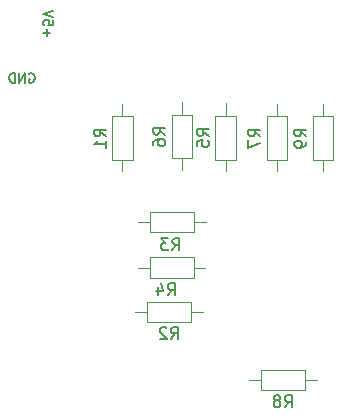
<source format=gbo>
G04 #@! TF.GenerationSoftware,KiCad,Pcbnew,(5.0.0)*
G04 #@! TF.CreationDate,2019-04-22T16:32:08+09:00*
G04 #@! TF.ProjectId,USBi_Programmer,555342695F50726F6772616D6D65722E,rev?*
G04 #@! TF.SameCoordinates,Original*
G04 #@! TF.FileFunction,Legend,Bot*
G04 #@! TF.FilePolarity,Positive*
%FSLAX46Y46*%
G04 Gerber Fmt 4.6, Leading zero omitted, Abs format (unit mm)*
G04 Created by KiCad (PCBNEW (5.0.0)) date 04/22/19 16:32:08*
%MOMM*%
%LPD*%
G01*
G04 APERTURE LIST*
%ADD10C,0.200000*%
%ADD11C,0.120000*%
%ADD12C,0.150000*%
%ADD13O,1.900000X1.300000*%
%ADD14R,1.900000X1.300000*%
%ADD15C,1.901140*%
%ADD16R,2.400000X2.400000*%
%ADD17C,2.400000*%
%ADD18O,2.127200X2.127200*%
%ADD19R,2.127200X2.127200*%
%ADD20R,2.432000X2.432000*%
%ADD21O,2.432000X2.432000*%
%ADD22O,1.800000X1.800000*%
%ADD23C,1.800000*%
%ADD24C,4.100000*%
G04 APERTURE END LIST*
D10*
X103860523Y-141205000D02*
X103936714Y-141166904D01*
X104051000Y-141166904D01*
X104165285Y-141205000D01*
X104241476Y-141281190D01*
X104279571Y-141357380D01*
X104317666Y-141509761D01*
X104317666Y-141624047D01*
X104279571Y-141776428D01*
X104241476Y-141852619D01*
X104165285Y-141928809D01*
X104051000Y-141966904D01*
X103974809Y-141966904D01*
X103860523Y-141928809D01*
X103822428Y-141890714D01*
X103822428Y-141624047D01*
X103974809Y-141624047D01*
X103479571Y-141966904D02*
X103479571Y-141166904D01*
X103022428Y-141966904D01*
X103022428Y-141166904D01*
X102641476Y-141966904D02*
X102641476Y-141166904D01*
X102451000Y-141166904D01*
X102336714Y-141205000D01*
X102260523Y-141281190D01*
X102222428Y-141357380D01*
X102184333Y-141509761D01*
X102184333Y-141624047D01*
X102222428Y-141776428D01*
X102260523Y-141852619D01*
X102336714Y-141928809D01*
X102451000Y-141966904D01*
X102641476Y-141966904D01*
X105352857Y-138061571D02*
X105352857Y-137452047D01*
X105048095Y-137756809D02*
X105657619Y-137756809D01*
X105848095Y-136690142D02*
X105848095Y-137071095D01*
X105467142Y-137109190D01*
X105505238Y-137071095D01*
X105543333Y-136994904D01*
X105543333Y-136804428D01*
X105505238Y-136728238D01*
X105467142Y-136690142D01*
X105390952Y-136652047D01*
X105200476Y-136652047D01*
X105124285Y-136690142D01*
X105086190Y-136728238D01*
X105048095Y-136804428D01*
X105048095Y-136994904D01*
X105086190Y-137071095D01*
X105124285Y-137109190D01*
X105848095Y-136423476D02*
X105048095Y-136156809D01*
X105848095Y-135890142D01*
D11*
G04 #@! TO.C,R1*
X111760000Y-149615000D02*
X111760000Y-148545000D01*
X111760000Y-143755000D02*
X111760000Y-144825000D01*
X110900000Y-148545000D02*
X110900000Y-144825000D01*
X112620000Y-148545000D02*
X110900000Y-148545000D01*
X112620000Y-144825000D02*
X112620000Y-148545000D01*
X110900000Y-144825000D02*
X112620000Y-144825000D01*
G04 #@! TO.C,R2*
X113837000Y-162230000D02*
X113837000Y-160510000D01*
X113837000Y-160510000D02*
X117557000Y-160510000D01*
X117557000Y-160510000D02*
X117557000Y-162230000D01*
X117557000Y-162230000D02*
X113837000Y-162230000D01*
X112767000Y-161370000D02*
X113837000Y-161370000D01*
X118627000Y-161370000D02*
X117557000Y-161370000D01*
G04 #@! TO.C,R3*
X114099000Y-154657000D02*
X114099000Y-152937000D01*
X114099000Y-152937000D02*
X117819000Y-152937000D01*
X117819000Y-152937000D02*
X117819000Y-154657000D01*
X117819000Y-154657000D02*
X114099000Y-154657000D01*
X113029000Y-153797000D02*
X114099000Y-153797000D01*
X118889000Y-153797000D02*
X117819000Y-153797000D01*
G04 #@! TO.C,R4*
X113051000Y-157622000D02*
X114121000Y-157622000D01*
X118911000Y-157622000D02*
X117841000Y-157622000D01*
X114121000Y-156762000D02*
X117841000Y-156762000D01*
X114121000Y-158482000D02*
X114121000Y-156762000D01*
X117841000Y-158482000D02*
X114121000Y-158482000D01*
X117841000Y-156762000D02*
X117841000Y-158482000D01*
G04 #@! TO.C,R5*
X120487000Y-149564000D02*
X120487000Y-148494000D01*
X120487000Y-143704000D02*
X120487000Y-144774000D01*
X119627000Y-148494000D02*
X119627000Y-144774000D01*
X121347000Y-148494000D02*
X119627000Y-148494000D01*
X121347000Y-144774000D02*
X121347000Y-148494000D01*
X119627000Y-144774000D02*
X121347000Y-144774000D01*
G04 #@! TO.C,R6*
X116784000Y-149460000D02*
X116784000Y-148390000D01*
X116784000Y-143600000D02*
X116784000Y-144670000D01*
X115924000Y-148390000D02*
X115924000Y-144670000D01*
X117644000Y-148390000D02*
X115924000Y-148390000D01*
X117644000Y-144670000D02*
X117644000Y-148390000D01*
X115924000Y-144670000D02*
X117644000Y-144670000D01*
G04 #@! TO.C,R7*
X123981000Y-144825000D02*
X125701000Y-144825000D01*
X125701000Y-144825000D02*
X125701000Y-148545000D01*
X125701000Y-148545000D02*
X123981000Y-148545000D01*
X123981000Y-148545000D02*
X123981000Y-144825000D01*
X124841000Y-143755000D02*
X124841000Y-144825000D01*
X124841000Y-149615000D02*
X124841000Y-148545000D01*
G04 #@! TO.C,R8*
X123489000Y-167992000D02*
X123489000Y-166272000D01*
X123489000Y-166272000D02*
X127209000Y-166272000D01*
X127209000Y-166272000D02*
X127209000Y-167992000D01*
X127209000Y-167992000D02*
X123489000Y-167992000D01*
X122419000Y-167132000D02*
X123489000Y-167132000D01*
X128279000Y-167132000D02*
X127209000Y-167132000D01*
G04 #@! TO.C,R9*
X128735000Y-149615000D02*
X128735000Y-148545000D01*
X128735000Y-143755000D02*
X128735000Y-144825000D01*
X127875000Y-148545000D02*
X127875000Y-144825000D01*
X129595000Y-148545000D02*
X127875000Y-148545000D01*
X129595000Y-144825000D02*
X129595000Y-148545000D01*
X127875000Y-144825000D02*
X129595000Y-144825000D01*
G04 #@! TO.C,R1*
D12*
X110352380Y-146518333D02*
X109876190Y-146185000D01*
X110352380Y-145946904D02*
X109352380Y-145946904D01*
X109352380Y-146327857D01*
X109400000Y-146423095D01*
X109447619Y-146470714D01*
X109542857Y-146518333D01*
X109685714Y-146518333D01*
X109780952Y-146470714D01*
X109828571Y-146423095D01*
X109876190Y-146327857D01*
X109876190Y-145946904D01*
X110352380Y-147470714D02*
X110352380Y-146899285D01*
X110352380Y-147185000D02*
X109352380Y-147185000D01*
X109495238Y-147089761D01*
X109590476Y-146994523D01*
X109638095Y-146899285D01*
G04 #@! TO.C,R2*
X115863666Y-163682380D02*
X116197000Y-163206190D01*
X116435095Y-163682380D02*
X116435095Y-162682380D01*
X116054142Y-162682380D01*
X115958904Y-162730000D01*
X115911285Y-162777619D01*
X115863666Y-162872857D01*
X115863666Y-163015714D01*
X115911285Y-163110952D01*
X115958904Y-163158571D01*
X116054142Y-163206190D01*
X116435095Y-163206190D01*
X115482714Y-162777619D02*
X115435095Y-162730000D01*
X115339857Y-162682380D01*
X115101761Y-162682380D01*
X115006523Y-162730000D01*
X114958904Y-162777619D01*
X114911285Y-162872857D01*
X114911285Y-162968095D01*
X114958904Y-163110952D01*
X115530333Y-163682380D01*
X114911285Y-163682380D01*
G04 #@! TO.C,R3*
X115990666Y-156154380D02*
X116324000Y-155678190D01*
X116562095Y-156154380D02*
X116562095Y-155154380D01*
X116181142Y-155154380D01*
X116085904Y-155202000D01*
X116038285Y-155249619D01*
X115990666Y-155344857D01*
X115990666Y-155487714D01*
X116038285Y-155582952D01*
X116085904Y-155630571D01*
X116181142Y-155678190D01*
X116562095Y-155678190D01*
X115657333Y-155154380D02*
X115038285Y-155154380D01*
X115371619Y-155535333D01*
X115228761Y-155535333D01*
X115133523Y-155582952D01*
X115085904Y-155630571D01*
X115038285Y-155725809D01*
X115038285Y-155963904D01*
X115085904Y-156059142D01*
X115133523Y-156106761D01*
X115228761Y-156154380D01*
X115514476Y-156154380D01*
X115609714Y-156106761D01*
X115657333Y-156059142D01*
G04 #@! TO.C,R4*
X115609666Y-159964380D02*
X115943000Y-159488190D01*
X116181095Y-159964380D02*
X116181095Y-158964380D01*
X115800142Y-158964380D01*
X115704904Y-159012000D01*
X115657285Y-159059619D01*
X115609666Y-159154857D01*
X115609666Y-159297714D01*
X115657285Y-159392952D01*
X115704904Y-159440571D01*
X115800142Y-159488190D01*
X116181095Y-159488190D01*
X114752523Y-159297714D02*
X114752523Y-159964380D01*
X114990619Y-158916761D02*
X115228714Y-159631047D01*
X114609666Y-159631047D01*
G04 #@! TO.C,R5*
X119079380Y-146467333D02*
X118603190Y-146134000D01*
X119079380Y-145895904D02*
X118079380Y-145895904D01*
X118079380Y-146276857D01*
X118127000Y-146372095D01*
X118174619Y-146419714D01*
X118269857Y-146467333D01*
X118412714Y-146467333D01*
X118507952Y-146419714D01*
X118555571Y-146372095D01*
X118603190Y-146276857D01*
X118603190Y-145895904D01*
X118079380Y-147372095D02*
X118079380Y-146895904D01*
X118555571Y-146848285D01*
X118507952Y-146895904D01*
X118460333Y-146991142D01*
X118460333Y-147229238D01*
X118507952Y-147324476D01*
X118555571Y-147372095D01*
X118650809Y-147419714D01*
X118888904Y-147419714D01*
X118984142Y-147372095D01*
X119031761Y-147324476D01*
X119079380Y-147229238D01*
X119079380Y-146991142D01*
X119031761Y-146895904D01*
X118984142Y-146848285D01*
G04 #@! TO.C,R6*
X115376380Y-146363333D02*
X114900190Y-146030000D01*
X115376380Y-145791904D02*
X114376380Y-145791904D01*
X114376380Y-146172857D01*
X114424000Y-146268095D01*
X114471619Y-146315714D01*
X114566857Y-146363333D01*
X114709714Y-146363333D01*
X114804952Y-146315714D01*
X114852571Y-146268095D01*
X114900190Y-146172857D01*
X114900190Y-145791904D01*
X114376380Y-147220476D02*
X114376380Y-147030000D01*
X114424000Y-146934761D01*
X114471619Y-146887142D01*
X114614476Y-146791904D01*
X114804952Y-146744285D01*
X115185904Y-146744285D01*
X115281142Y-146791904D01*
X115328761Y-146839523D01*
X115376380Y-146934761D01*
X115376380Y-147125238D01*
X115328761Y-147220476D01*
X115281142Y-147268095D01*
X115185904Y-147315714D01*
X114947809Y-147315714D01*
X114852571Y-147268095D01*
X114804952Y-147220476D01*
X114757333Y-147125238D01*
X114757333Y-146934761D01*
X114804952Y-146839523D01*
X114852571Y-146791904D01*
X114947809Y-146744285D01*
G04 #@! TO.C,R7*
X123433380Y-146518333D02*
X122957190Y-146185000D01*
X123433380Y-145946904D02*
X122433380Y-145946904D01*
X122433380Y-146327857D01*
X122481000Y-146423095D01*
X122528619Y-146470714D01*
X122623857Y-146518333D01*
X122766714Y-146518333D01*
X122861952Y-146470714D01*
X122909571Y-146423095D01*
X122957190Y-146327857D01*
X122957190Y-145946904D01*
X122433380Y-146851666D02*
X122433380Y-147518333D01*
X123433380Y-147089761D01*
G04 #@! TO.C,R8*
X125515666Y-169444380D02*
X125849000Y-168968190D01*
X126087095Y-169444380D02*
X126087095Y-168444380D01*
X125706142Y-168444380D01*
X125610904Y-168492000D01*
X125563285Y-168539619D01*
X125515666Y-168634857D01*
X125515666Y-168777714D01*
X125563285Y-168872952D01*
X125610904Y-168920571D01*
X125706142Y-168968190D01*
X126087095Y-168968190D01*
X124944238Y-168872952D02*
X125039476Y-168825333D01*
X125087095Y-168777714D01*
X125134714Y-168682476D01*
X125134714Y-168634857D01*
X125087095Y-168539619D01*
X125039476Y-168492000D01*
X124944238Y-168444380D01*
X124753761Y-168444380D01*
X124658523Y-168492000D01*
X124610904Y-168539619D01*
X124563285Y-168634857D01*
X124563285Y-168682476D01*
X124610904Y-168777714D01*
X124658523Y-168825333D01*
X124753761Y-168872952D01*
X124944238Y-168872952D01*
X125039476Y-168920571D01*
X125087095Y-168968190D01*
X125134714Y-169063428D01*
X125134714Y-169253904D01*
X125087095Y-169349142D01*
X125039476Y-169396761D01*
X124944238Y-169444380D01*
X124753761Y-169444380D01*
X124658523Y-169396761D01*
X124610904Y-169349142D01*
X124563285Y-169253904D01*
X124563285Y-169063428D01*
X124610904Y-168968190D01*
X124658523Y-168920571D01*
X124753761Y-168872952D01*
G04 #@! TO.C,R9*
X127327380Y-146518333D02*
X126851190Y-146185000D01*
X127327380Y-145946904D02*
X126327380Y-145946904D01*
X126327380Y-146327857D01*
X126375000Y-146423095D01*
X126422619Y-146470714D01*
X126517857Y-146518333D01*
X126660714Y-146518333D01*
X126755952Y-146470714D01*
X126803571Y-146423095D01*
X126851190Y-146327857D01*
X126851190Y-145946904D01*
X127327380Y-146994523D02*
X127327380Y-147185000D01*
X127279761Y-147280238D01*
X127232142Y-147327857D01*
X127089285Y-147423095D01*
X126898809Y-147470714D01*
X126517857Y-147470714D01*
X126422619Y-147423095D01*
X126375000Y-147375476D01*
X126327380Y-147280238D01*
X126327380Y-147089761D01*
X126375000Y-146994523D01*
X126422619Y-146946904D01*
X126517857Y-146899285D01*
X126755952Y-146899285D01*
X126851190Y-146946904D01*
X126898809Y-146994523D01*
X126946428Y-147089761D01*
X126946428Y-147280238D01*
X126898809Y-147375476D01*
X126851190Y-147423095D01*
X126755952Y-147470714D01*
G04 #@! TD*
%LPC*%
D13*
G04 #@! TO.C,Q1*
X124206000Y-161798000D03*
X124206000Y-160528000D03*
D14*
X124206000Y-163068000D03*
G04 #@! TD*
D15*
G04 #@! TO.C,C1*
X109220000Y-139065000D03*
X109220000Y-136525000D03*
G04 #@! TD*
D16*
G04 #@! TO.C,D1*
X129779000Y-137811000D03*
D17*
X127239000Y-137811000D03*
G04 #@! TD*
D16*
G04 #@! TO.C,D2*
X123739000Y-137811000D03*
D17*
X121199000Y-137811000D03*
G04 #@! TD*
D16*
G04 #@! TO.C,D3*
X117739000Y-137811000D03*
D17*
X115199000Y-137811000D03*
G04 #@! TD*
D16*
G04 #@! TO.C,D4*
X135739000Y-137811000D03*
D17*
X133199000Y-137811000D03*
G04 #@! TD*
D15*
G04 #@! TO.C,C2*
X115062000Y-165862000D03*
X112522000Y-165862000D03*
G04 #@! TD*
D18*
G04 #@! TO.C,P1*
X107315000Y-167640000D03*
X104775000Y-167640000D03*
X107315000Y-165100000D03*
X104775000Y-165100000D03*
X107315000Y-162560000D03*
X104775000Y-162560000D03*
X107315000Y-160020000D03*
X104775000Y-160020000D03*
X107315000Y-157480000D03*
X104775000Y-157480000D03*
X107315000Y-154940000D03*
X104775000Y-154940000D03*
X107315000Y-152400000D03*
X104775000Y-152400000D03*
X107315000Y-149860000D03*
X104775000Y-149860000D03*
X107315000Y-147320000D03*
X104775000Y-147320000D03*
X107315000Y-144780000D03*
D19*
X104775000Y-144780000D03*
G04 #@! TD*
G04 #@! TO.C,P2*
X115062000Y-175768000D03*
D18*
X115062000Y-173228000D03*
X117602000Y-175768000D03*
X117602000Y-173228000D03*
X120142000Y-175768000D03*
X120142000Y-173228000D03*
X122682000Y-175768000D03*
X122682000Y-173228000D03*
X125222000Y-175768000D03*
X125222000Y-173228000D03*
G04 #@! TD*
D20*
G04 #@! TO.C,P3*
X103205000Y-136935000D03*
D21*
X103205000Y-139475000D03*
G04 #@! TD*
D19*
G04 #@! TO.C,P4*
X132715000Y-144780000D03*
D18*
X135255000Y-144780000D03*
X132715000Y-147320000D03*
X135255000Y-147320000D03*
X132715000Y-149860000D03*
X135255000Y-149860000D03*
X132715000Y-152400000D03*
X135255000Y-152400000D03*
X132715000Y-154940000D03*
X135255000Y-154940000D03*
X132715000Y-157480000D03*
X135255000Y-157480000D03*
X132715000Y-160020000D03*
X135255000Y-160020000D03*
X132715000Y-162560000D03*
X135255000Y-162560000D03*
X132715000Y-165100000D03*
X135255000Y-165100000D03*
X132715000Y-167640000D03*
X135255000Y-167640000D03*
G04 #@! TD*
D22*
G04 #@! TO.C,R1*
X111760000Y-150495000D03*
D23*
X111760000Y-142875000D03*
G04 #@! TD*
G04 #@! TO.C,R2*
X111887000Y-161370000D03*
D22*
X119507000Y-161370000D03*
G04 #@! TD*
D23*
G04 #@! TO.C,R3*
X112149000Y-153797000D03*
D22*
X119769000Y-153797000D03*
G04 #@! TD*
G04 #@! TO.C,R4*
X112171000Y-157622000D03*
D23*
X119791000Y-157622000D03*
G04 #@! TD*
D22*
G04 #@! TO.C,R5*
X120487000Y-150444000D03*
D23*
X120487000Y-142824000D03*
G04 #@! TD*
D22*
G04 #@! TO.C,R6*
X116784000Y-150340000D03*
D23*
X116784000Y-142720000D03*
G04 #@! TD*
G04 #@! TO.C,R7*
X124841000Y-142875000D03*
D22*
X124841000Y-150495000D03*
G04 #@! TD*
D23*
G04 #@! TO.C,R8*
X121539000Y-167132000D03*
D22*
X129159000Y-167132000D03*
G04 #@! TD*
G04 #@! TO.C,R9*
X128735000Y-150495000D03*
D23*
X128735000Y-142875000D03*
G04 #@! TD*
D14*
G04 #@! TO.C,Q2*
X123444000Y-154432000D03*
D13*
X123444000Y-156972000D03*
X123444000Y-155702000D03*
G04 #@! TD*
D24*
G04 #@! TO.C,REF\002A\002A*
X103759000Y-176530000D03*
G04 #@! TD*
G04 #@! TO.C,REF\002A\002A1*
X136271000Y-176530000D03*
G04 #@! TD*
M02*

</source>
